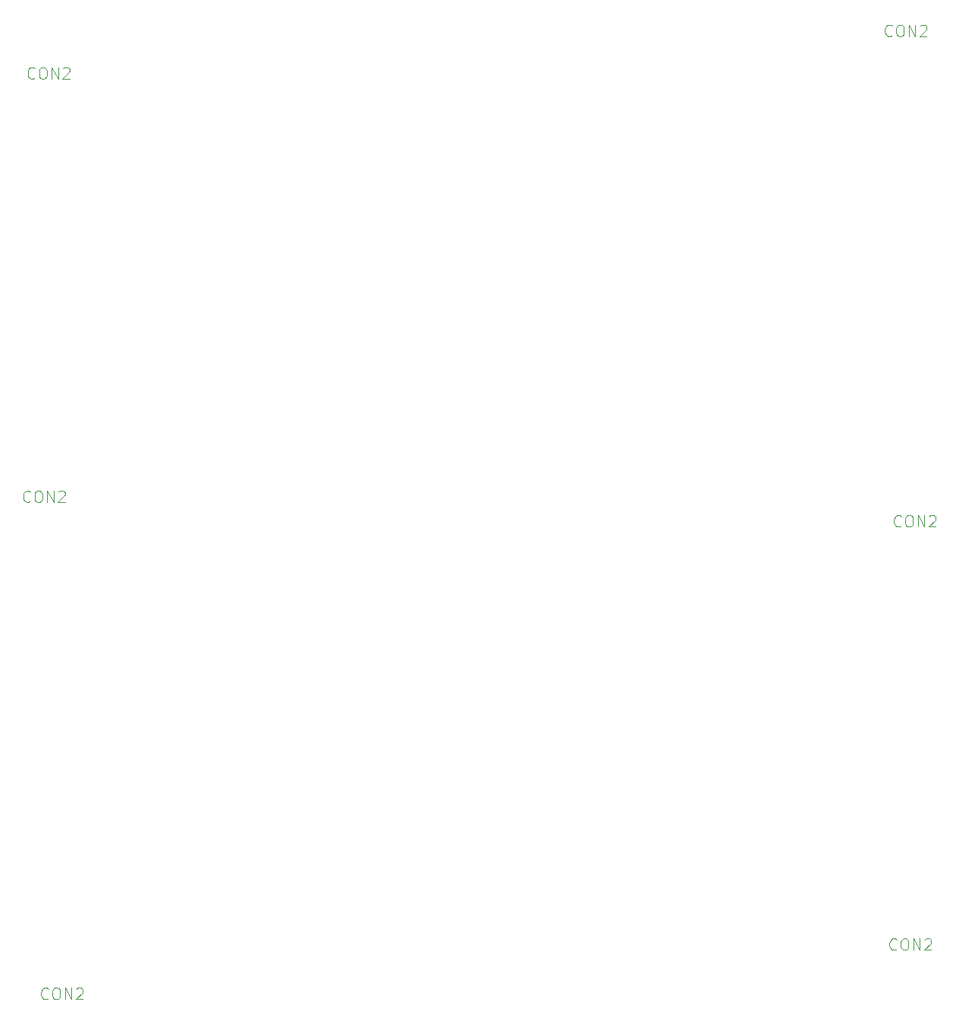
<source format=gbo>
G04 (created by PCBNEW (2013-jul-07)-stable) date śro, 3 cze 2015, 22:46:32*
%MOIN*%
G04 Gerber Fmt 3.4, Leading zero omitted, Abs format*
%FSLAX34Y34*%
G01*
G70*
G90*
G04 APERTURE LIST*
%ADD10C,0.000787402*%
%ADD11C,0.0035*%
G04 APERTURE END LIST*
G54D10*
G54D11*
X55573Y-43796D02*
X55550Y-43820D01*
X55478Y-43844D01*
X55431Y-43844D01*
X55359Y-43820D01*
X55312Y-43772D01*
X55288Y-43725D01*
X55264Y-43629D01*
X55264Y-43558D01*
X55288Y-43463D01*
X55312Y-43415D01*
X55359Y-43367D01*
X55431Y-43344D01*
X55478Y-43344D01*
X55550Y-43367D01*
X55573Y-43391D01*
X55883Y-43344D02*
X55978Y-43344D01*
X56026Y-43367D01*
X56073Y-43415D01*
X56097Y-43510D01*
X56097Y-43677D01*
X56073Y-43772D01*
X56026Y-43820D01*
X55978Y-43844D01*
X55883Y-43844D01*
X55835Y-43820D01*
X55788Y-43772D01*
X55764Y-43677D01*
X55764Y-43510D01*
X55788Y-43415D01*
X55835Y-43367D01*
X55883Y-43344D01*
X56312Y-43844D02*
X56312Y-43344D01*
X56597Y-43844D01*
X56597Y-43344D01*
X56812Y-43391D02*
X56835Y-43367D01*
X56883Y-43344D01*
X57002Y-43344D01*
X57050Y-43367D01*
X57073Y-43391D01*
X57097Y-43439D01*
X57097Y-43486D01*
X57073Y-43558D01*
X56788Y-43844D01*
X57097Y-43844D01*
X55770Y-25194D02*
X55747Y-25217D01*
X55675Y-25241D01*
X55627Y-25241D01*
X55556Y-25217D01*
X55508Y-25170D01*
X55485Y-25122D01*
X55461Y-25027D01*
X55461Y-24956D01*
X55485Y-24860D01*
X55508Y-24813D01*
X55556Y-24765D01*
X55627Y-24741D01*
X55675Y-24741D01*
X55747Y-24765D01*
X55770Y-24789D01*
X56080Y-24741D02*
X56175Y-24741D01*
X56223Y-24765D01*
X56270Y-24813D01*
X56294Y-24908D01*
X56294Y-25075D01*
X56270Y-25170D01*
X56223Y-25217D01*
X56175Y-25241D01*
X56080Y-25241D01*
X56032Y-25217D01*
X55985Y-25170D01*
X55961Y-25075D01*
X55961Y-24908D01*
X55985Y-24813D01*
X56032Y-24765D01*
X56080Y-24741D01*
X56508Y-25241D02*
X56508Y-24741D01*
X56794Y-25241D01*
X56794Y-24741D01*
X57008Y-24789D02*
X57032Y-24765D01*
X57080Y-24741D01*
X57199Y-24741D01*
X57247Y-24765D01*
X57270Y-24789D01*
X57294Y-24836D01*
X57294Y-24884D01*
X57270Y-24956D01*
X56985Y-25241D01*
X57294Y-25241D01*
X55770Y-25194D02*
X55747Y-25217D01*
X55675Y-25241D01*
X55627Y-25241D01*
X55556Y-25217D01*
X55508Y-25170D01*
X55485Y-25122D01*
X55461Y-25027D01*
X55461Y-24956D01*
X55485Y-24860D01*
X55508Y-24813D01*
X55556Y-24765D01*
X55627Y-24741D01*
X55675Y-24741D01*
X55747Y-24765D01*
X55770Y-24789D01*
X56080Y-24741D02*
X56175Y-24741D01*
X56223Y-24765D01*
X56270Y-24813D01*
X56294Y-24908D01*
X56294Y-25075D01*
X56270Y-25170D01*
X56223Y-25217D01*
X56175Y-25241D01*
X56080Y-25241D01*
X56032Y-25217D01*
X55985Y-25170D01*
X55961Y-25075D01*
X55961Y-24908D01*
X55985Y-24813D01*
X56032Y-24765D01*
X56080Y-24741D01*
X56508Y-25241D02*
X56508Y-24741D01*
X56794Y-25241D01*
X56794Y-24741D01*
X57008Y-24789D02*
X57032Y-24765D01*
X57080Y-24741D01*
X57199Y-24741D01*
X57247Y-24765D01*
X57270Y-24789D01*
X57294Y-24836D01*
X57294Y-24884D01*
X57270Y-24956D01*
X56985Y-25241D01*
X57294Y-25241D01*
X56361Y-65646D02*
X56337Y-65670D01*
X56266Y-65694D01*
X56218Y-65694D01*
X56147Y-65670D01*
X56099Y-65623D01*
X56075Y-65575D01*
X56051Y-65480D01*
X56051Y-65408D01*
X56075Y-65313D01*
X56099Y-65265D01*
X56147Y-65218D01*
X56218Y-65194D01*
X56266Y-65194D01*
X56337Y-65218D01*
X56361Y-65242D01*
X56670Y-65194D02*
X56766Y-65194D01*
X56813Y-65218D01*
X56861Y-65265D01*
X56885Y-65361D01*
X56885Y-65527D01*
X56861Y-65623D01*
X56813Y-65670D01*
X56766Y-65694D01*
X56670Y-65694D01*
X56623Y-65670D01*
X56575Y-65623D01*
X56551Y-65527D01*
X56551Y-65361D01*
X56575Y-65265D01*
X56623Y-65218D01*
X56670Y-65194D01*
X57099Y-65694D02*
X57099Y-65194D01*
X57385Y-65694D01*
X57385Y-65194D01*
X57599Y-65242D02*
X57623Y-65218D01*
X57670Y-65194D01*
X57789Y-65194D01*
X57837Y-65218D01*
X57861Y-65242D01*
X57885Y-65289D01*
X57885Y-65337D01*
X57861Y-65408D01*
X57575Y-65694D01*
X57885Y-65694D01*
X93467Y-23324D02*
X93443Y-23347D01*
X93372Y-23371D01*
X93324Y-23371D01*
X93253Y-23347D01*
X93205Y-23300D01*
X93181Y-23252D01*
X93158Y-23157D01*
X93158Y-23085D01*
X93181Y-22990D01*
X93205Y-22943D01*
X93253Y-22895D01*
X93324Y-22871D01*
X93372Y-22871D01*
X93443Y-22895D01*
X93467Y-22919D01*
X93777Y-22871D02*
X93872Y-22871D01*
X93920Y-22895D01*
X93967Y-22943D01*
X93991Y-23038D01*
X93991Y-23205D01*
X93967Y-23300D01*
X93920Y-23347D01*
X93872Y-23371D01*
X93777Y-23371D01*
X93729Y-23347D01*
X93681Y-23300D01*
X93658Y-23205D01*
X93658Y-23038D01*
X93681Y-22943D01*
X93729Y-22895D01*
X93777Y-22871D01*
X94205Y-23371D02*
X94205Y-22871D01*
X94491Y-23371D01*
X94491Y-22871D01*
X94705Y-22919D02*
X94729Y-22895D01*
X94777Y-22871D01*
X94896Y-22871D01*
X94943Y-22895D01*
X94967Y-22919D01*
X94991Y-22966D01*
X94991Y-23014D01*
X94967Y-23085D01*
X94681Y-23371D01*
X94991Y-23371D01*
X93467Y-23324D02*
X93443Y-23347D01*
X93372Y-23371D01*
X93324Y-23371D01*
X93253Y-23347D01*
X93205Y-23300D01*
X93181Y-23252D01*
X93158Y-23157D01*
X93158Y-23085D01*
X93181Y-22990D01*
X93205Y-22943D01*
X93253Y-22895D01*
X93324Y-22871D01*
X93372Y-22871D01*
X93443Y-22895D01*
X93467Y-22919D01*
X93777Y-22871D02*
X93872Y-22871D01*
X93920Y-22895D01*
X93967Y-22943D01*
X93991Y-23038D01*
X93991Y-23205D01*
X93967Y-23300D01*
X93920Y-23347D01*
X93872Y-23371D01*
X93777Y-23371D01*
X93729Y-23347D01*
X93681Y-23300D01*
X93658Y-23205D01*
X93658Y-23038D01*
X93681Y-22943D01*
X93729Y-22895D01*
X93777Y-22871D01*
X94205Y-23371D02*
X94205Y-22871D01*
X94491Y-23371D01*
X94491Y-22871D01*
X94705Y-22919D02*
X94729Y-22895D01*
X94777Y-22871D01*
X94896Y-22871D01*
X94943Y-22895D01*
X94967Y-22919D01*
X94991Y-22966D01*
X94991Y-23014D01*
X94967Y-23085D01*
X94681Y-23371D01*
X94991Y-23371D01*
X55573Y-43796D02*
X55550Y-43820D01*
X55478Y-43844D01*
X55431Y-43844D01*
X55359Y-43820D01*
X55312Y-43772D01*
X55288Y-43725D01*
X55264Y-43629D01*
X55264Y-43558D01*
X55288Y-43463D01*
X55312Y-43415D01*
X55359Y-43367D01*
X55431Y-43344D01*
X55478Y-43344D01*
X55550Y-43367D01*
X55573Y-43391D01*
X55883Y-43344D02*
X55978Y-43344D01*
X56026Y-43367D01*
X56073Y-43415D01*
X56097Y-43510D01*
X56097Y-43677D01*
X56073Y-43772D01*
X56026Y-43820D01*
X55978Y-43844D01*
X55883Y-43844D01*
X55835Y-43820D01*
X55788Y-43772D01*
X55764Y-43677D01*
X55764Y-43510D01*
X55788Y-43415D01*
X55835Y-43367D01*
X55883Y-43344D01*
X56312Y-43844D02*
X56312Y-43344D01*
X56597Y-43844D01*
X56597Y-43344D01*
X56812Y-43391D02*
X56835Y-43367D01*
X56883Y-43344D01*
X57002Y-43344D01*
X57050Y-43367D01*
X57073Y-43391D01*
X57097Y-43439D01*
X57097Y-43486D01*
X57073Y-43558D01*
X56788Y-43844D01*
X57097Y-43844D01*
X55770Y-25194D02*
X55747Y-25217D01*
X55675Y-25241D01*
X55627Y-25241D01*
X55556Y-25217D01*
X55508Y-25170D01*
X55485Y-25122D01*
X55461Y-25027D01*
X55461Y-24956D01*
X55485Y-24860D01*
X55508Y-24813D01*
X55556Y-24765D01*
X55627Y-24741D01*
X55675Y-24741D01*
X55747Y-24765D01*
X55770Y-24789D01*
X56080Y-24741D02*
X56175Y-24741D01*
X56223Y-24765D01*
X56270Y-24813D01*
X56294Y-24908D01*
X56294Y-25075D01*
X56270Y-25170D01*
X56223Y-25217D01*
X56175Y-25241D01*
X56080Y-25241D01*
X56032Y-25217D01*
X55985Y-25170D01*
X55961Y-25075D01*
X55961Y-24908D01*
X55985Y-24813D01*
X56032Y-24765D01*
X56080Y-24741D01*
X56508Y-25241D02*
X56508Y-24741D01*
X56794Y-25241D01*
X56794Y-24741D01*
X57008Y-24789D02*
X57032Y-24765D01*
X57080Y-24741D01*
X57199Y-24741D01*
X57247Y-24765D01*
X57270Y-24789D01*
X57294Y-24836D01*
X57294Y-24884D01*
X57270Y-24956D01*
X56985Y-25241D01*
X57294Y-25241D01*
X55770Y-25194D02*
X55747Y-25217D01*
X55675Y-25241D01*
X55627Y-25241D01*
X55556Y-25217D01*
X55508Y-25170D01*
X55485Y-25122D01*
X55461Y-25027D01*
X55461Y-24956D01*
X55485Y-24860D01*
X55508Y-24813D01*
X55556Y-24765D01*
X55627Y-24741D01*
X55675Y-24741D01*
X55747Y-24765D01*
X55770Y-24789D01*
X56080Y-24741D02*
X56175Y-24741D01*
X56223Y-24765D01*
X56270Y-24813D01*
X56294Y-24908D01*
X56294Y-25075D01*
X56270Y-25170D01*
X56223Y-25217D01*
X56175Y-25241D01*
X56080Y-25241D01*
X56032Y-25217D01*
X55985Y-25170D01*
X55961Y-25075D01*
X55961Y-24908D01*
X55985Y-24813D01*
X56032Y-24765D01*
X56080Y-24741D01*
X56508Y-25241D02*
X56508Y-24741D01*
X56794Y-25241D01*
X56794Y-24741D01*
X57008Y-24789D02*
X57032Y-24765D01*
X57080Y-24741D01*
X57199Y-24741D01*
X57247Y-24765D01*
X57270Y-24789D01*
X57294Y-24836D01*
X57294Y-24884D01*
X57270Y-24956D01*
X56985Y-25241D01*
X57294Y-25241D01*
X56361Y-65646D02*
X56337Y-65670D01*
X56266Y-65694D01*
X56218Y-65694D01*
X56147Y-65670D01*
X56099Y-65623D01*
X56075Y-65575D01*
X56051Y-65480D01*
X56051Y-65408D01*
X56075Y-65313D01*
X56099Y-65265D01*
X56147Y-65218D01*
X56218Y-65194D01*
X56266Y-65194D01*
X56337Y-65218D01*
X56361Y-65242D01*
X56670Y-65194D02*
X56766Y-65194D01*
X56813Y-65218D01*
X56861Y-65265D01*
X56885Y-65361D01*
X56885Y-65527D01*
X56861Y-65623D01*
X56813Y-65670D01*
X56766Y-65694D01*
X56670Y-65694D01*
X56623Y-65670D01*
X56575Y-65623D01*
X56551Y-65527D01*
X56551Y-65361D01*
X56575Y-65265D01*
X56623Y-65218D01*
X56670Y-65194D01*
X57099Y-65694D02*
X57099Y-65194D01*
X57385Y-65694D01*
X57385Y-65194D01*
X57599Y-65242D02*
X57623Y-65218D01*
X57670Y-65194D01*
X57789Y-65194D01*
X57837Y-65218D01*
X57861Y-65242D01*
X57885Y-65289D01*
X57885Y-65337D01*
X57861Y-65408D01*
X57575Y-65694D01*
X57885Y-65694D01*
X93467Y-23324D02*
X93443Y-23347D01*
X93372Y-23371D01*
X93324Y-23371D01*
X93253Y-23347D01*
X93205Y-23300D01*
X93181Y-23252D01*
X93158Y-23157D01*
X93158Y-23085D01*
X93181Y-22990D01*
X93205Y-22943D01*
X93253Y-22895D01*
X93324Y-22871D01*
X93372Y-22871D01*
X93443Y-22895D01*
X93467Y-22919D01*
X93777Y-22871D02*
X93872Y-22871D01*
X93920Y-22895D01*
X93967Y-22943D01*
X93991Y-23038D01*
X93991Y-23205D01*
X93967Y-23300D01*
X93920Y-23347D01*
X93872Y-23371D01*
X93777Y-23371D01*
X93729Y-23347D01*
X93681Y-23300D01*
X93658Y-23205D01*
X93658Y-23038D01*
X93681Y-22943D01*
X93729Y-22895D01*
X93777Y-22871D01*
X94205Y-23371D02*
X94205Y-22871D01*
X94491Y-23371D01*
X94491Y-22871D01*
X94705Y-22919D02*
X94729Y-22895D01*
X94777Y-22871D01*
X94896Y-22871D01*
X94943Y-22895D01*
X94967Y-22919D01*
X94991Y-22966D01*
X94991Y-23014D01*
X94967Y-23085D01*
X94681Y-23371D01*
X94991Y-23371D01*
X93467Y-23324D02*
X93443Y-23347D01*
X93372Y-23371D01*
X93324Y-23371D01*
X93253Y-23347D01*
X93205Y-23300D01*
X93181Y-23252D01*
X93158Y-23157D01*
X93158Y-23085D01*
X93181Y-22990D01*
X93205Y-22943D01*
X93253Y-22895D01*
X93324Y-22871D01*
X93372Y-22871D01*
X93443Y-22895D01*
X93467Y-22919D01*
X93777Y-22871D02*
X93872Y-22871D01*
X93920Y-22895D01*
X93967Y-22943D01*
X93991Y-23038D01*
X93991Y-23205D01*
X93967Y-23300D01*
X93920Y-23347D01*
X93872Y-23371D01*
X93777Y-23371D01*
X93729Y-23347D01*
X93681Y-23300D01*
X93658Y-23205D01*
X93658Y-23038D01*
X93681Y-22943D01*
X93729Y-22895D01*
X93777Y-22871D01*
X94205Y-23371D02*
X94205Y-22871D01*
X94491Y-23371D01*
X94491Y-22871D01*
X94705Y-22919D02*
X94729Y-22895D01*
X94777Y-22871D01*
X94896Y-22871D01*
X94943Y-22895D01*
X94967Y-22919D01*
X94991Y-22966D01*
X94991Y-23014D01*
X94967Y-23085D01*
X94681Y-23371D01*
X94991Y-23371D01*
X55573Y-43796D02*
X55550Y-43820D01*
X55478Y-43844D01*
X55431Y-43844D01*
X55359Y-43820D01*
X55312Y-43772D01*
X55288Y-43725D01*
X55264Y-43629D01*
X55264Y-43558D01*
X55288Y-43463D01*
X55312Y-43415D01*
X55359Y-43367D01*
X55431Y-43344D01*
X55478Y-43344D01*
X55550Y-43367D01*
X55573Y-43391D01*
X55883Y-43344D02*
X55978Y-43344D01*
X56026Y-43367D01*
X56073Y-43415D01*
X56097Y-43510D01*
X56097Y-43677D01*
X56073Y-43772D01*
X56026Y-43820D01*
X55978Y-43844D01*
X55883Y-43844D01*
X55835Y-43820D01*
X55788Y-43772D01*
X55764Y-43677D01*
X55764Y-43510D01*
X55788Y-43415D01*
X55835Y-43367D01*
X55883Y-43344D01*
X56312Y-43844D02*
X56312Y-43344D01*
X56597Y-43844D01*
X56597Y-43344D01*
X56812Y-43391D02*
X56835Y-43367D01*
X56883Y-43344D01*
X57002Y-43344D01*
X57050Y-43367D01*
X57073Y-43391D01*
X57097Y-43439D01*
X57097Y-43486D01*
X57073Y-43558D01*
X56788Y-43844D01*
X57097Y-43844D01*
X55770Y-25194D02*
X55747Y-25217D01*
X55675Y-25241D01*
X55627Y-25241D01*
X55556Y-25217D01*
X55508Y-25170D01*
X55485Y-25122D01*
X55461Y-25027D01*
X55461Y-24956D01*
X55485Y-24860D01*
X55508Y-24813D01*
X55556Y-24765D01*
X55627Y-24741D01*
X55675Y-24741D01*
X55747Y-24765D01*
X55770Y-24789D01*
X56080Y-24741D02*
X56175Y-24741D01*
X56223Y-24765D01*
X56270Y-24813D01*
X56294Y-24908D01*
X56294Y-25075D01*
X56270Y-25170D01*
X56223Y-25217D01*
X56175Y-25241D01*
X56080Y-25241D01*
X56032Y-25217D01*
X55985Y-25170D01*
X55961Y-25075D01*
X55961Y-24908D01*
X55985Y-24813D01*
X56032Y-24765D01*
X56080Y-24741D01*
X56508Y-25241D02*
X56508Y-24741D01*
X56794Y-25241D01*
X56794Y-24741D01*
X57008Y-24789D02*
X57032Y-24765D01*
X57080Y-24741D01*
X57199Y-24741D01*
X57247Y-24765D01*
X57270Y-24789D01*
X57294Y-24836D01*
X57294Y-24884D01*
X57270Y-24956D01*
X56985Y-25241D01*
X57294Y-25241D01*
X55770Y-25194D02*
X55747Y-25217D01*
X55675Y-25241D01*
X55627Y-25241D01*
X55556Y-25217D01*
X55508Y-25170D01*
X55485Y-25122D01*
X55461Y-25027D01*
X55461Y-24956D01*
X55485Y-24860D01*
X55508Y-24813D01*
X55556Y-24765D01*
X55627Y-24741D01*
X55675Y-24741D01*
X55747Y-24765D01*
X55770Y-24789D01*
X56080Y-24741D02*
X56175Y-24741D01*
X56223Y-24765D01*
X56270Y-24813D01*
X56294Y-24908D01*
X56294Y-25075D01*
X56270Y-25170D01*
X56223Y-25217D01*
X56175Y-25241D01*
X56080Y-25241D01*
X56032Y-25217D01*
X55985Y-25170D01*
X55961Y-25075D01*
X55961Y-24908D01*
X55985Y-24813D01*
X56032Y-24765D01*
X56080Y-24741D01*
X56508Y-25241D02*
X56508Y-24741D01*
X56794Y-25241D01*
X56794Y-24741D01*
X57008Y-24789D02*
X57032Y-24765D01*
X57080Y-24741D01*
X57199Y-24741D01*
X57247Y-24765D01*
X57270Y-24789D01*
X57294Y-24836D01*
X57294Y-24884D01*
X57270Y-24956D01*
X56985Y-25241D01*
X57294Y-25241D01*
X93664Y-63481D02*
X93640Y-63505D01*
X93569Y-63529D01*
X93521Y-63529D01*
X93450Y-63505D01*
X93402Y-63457D01*
X93378Y-63410D01*
X93354Y-63314D01*
X93354Y-63243D01*
X93378Y-63148D01*
X93402Y-63100D01*
X93450Y-63052D01*
X93521Y-63029D01*
X93569Y-63029D01*
X93640Y-63052D01*
X93664Y-63076D01*
X93974Y-63029D02*
X94069Y-63029D01*
X94116Y-63052D01*
X94164Y-63100D01*
X94188Y-63195D01*
X94188Y-63362D01*
X94164Y-63457D01*
X94116Y-63505D01*
X94069Y-63529D01*
X93974Y-63529D01*
X93926Y-63505D01*
X93878Y-63457D01*
X93854Y-63362D01*
X93854Y-63195D01*
X93878Y-63100D01*
X93926Y-63052D01*
X93974Y-63029D01*
X94402Y-63529D02*
X94402Y-63029D01*
X94688Y-63529D01*
X94688Y-63029D01*
X94902Y-63076D02*
X94926Y-63052D01*
X94974Y-63029D01*
X95093Y-63029D01*
X95140Y-63052D01*
X95164Y-63076D01*
X95188Y-63124D01*
X95188Y-63172D01*
X95164Y-63243D01*
X94878Y-63529D01*
X95188Y-63529D01*
X93861Y-44879D02*
X93837Y-44902D01*
X93766Y-44926D01*
X93718Y-44926D01*
X93647Y-44902D01*
X93599Y-44855D01*
X93575Y-44807D01*
X93551Y-44712D01*
X93551Y-44641D01*
X93575Y-44545D01*
X93599Y-44498D01*
X93647Y-44450D01*
X93718Y-44426D01*
X93766Y-44426D01*
X93837Y-44450D01*
X93861Y-44474D01*
X94170Y-44426D02*
X94266Y-44426D01*
X94313Y-44450D01*
X94361Y-44498D01*
X94385Y-44593D01*
X94385Y-44760D01*
X94361Y-44855D01*
X94313Y-44902D01*
X94266Y-44926D01*
X94170Y-44926D01*
X94123Y-44902D01*
X94075Y-44855D01*
X94051Y-44760D01*
X94051Y-44593D01*
X94075Y-44498D01*
X94123Y-44450D01*
X94170Y-44426D01*
X94599Y-44926D02*
X94599Y-44426D01*
X94885Y-44926D01*
X94885Y-44426D01*
X95099Y-44474D02*
X95123Y-44450D01*
X95170Y-44426D01*
X95289Y-44426D01*
X95337Y-44450D01*
X95361Y-44474D01*
X95385Y-44522D01*
X95385Y-44569D01*
X95361Y-44641D01*
X95075Y-44926D01*
X95385Y-44926D01*
X93861Y-44879D02*
X93837Y-44902D01*
X93766Y-44926D01*
X93718Y-44926D01*
X93647Y-44902D01*
X93599Y-44855D01*
X93575Y-44807D01*
X93551Y-44712D01*
X93551Y-44641D01*
X93575Y-44545D01*
X93599Y-44498D01*
X93647Y-44450D01*
X93718Y-44426D01*
X93766Y-44426D01*
X93837Y-44450D01*
X93861Y-44474D01*
X94170Y-44426D02*
X94266Y-44426D01*
X94313Y-44450D01*
X94361Y-44498D01*
X94385Y-44593D01*
X94385Y-44760D01*
X94361Y-44855D01*
X94313Y-44902D01*
X94266Y-44926D01*
X94170Y-44926D01*
X94123Y-44902D01*
X94075Y-44855D01*
X94051Y-44760D01*
X94051Y-44593D01*
X94075Y-44498D01*
X94123Y-44450D01*
X94170Y-44426D01*
X94599Y-44926D02*
X94599Y-44426D01*
X94885Y-44926D01*
X94885Y-44426D01*
X95099Y-44474D02*
X95123Y-44450D01*
X95170Y-44426D01*
X95289Y-44426D01*
X95337Y-44450D01*
X95361Y-44474D01*
X95385Y-44522D01*
X95385Y-44569D01*
X95361Y-44641D01*
X95075Y-44926D01*
X95385Y-44926D01*
M02*

</source>
